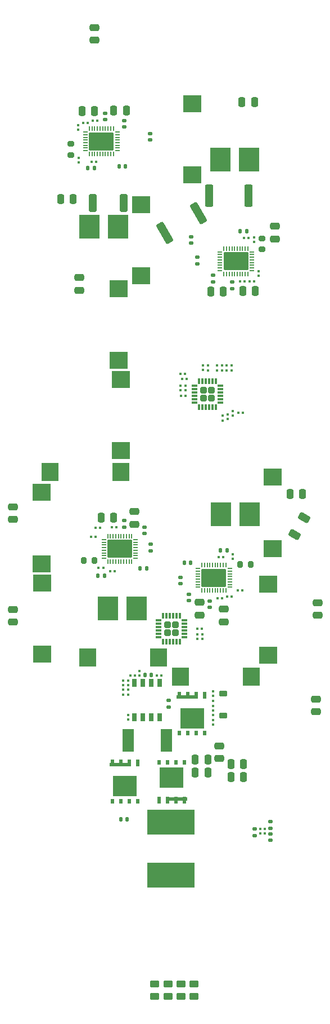
<source format=gbp>
G04 #@! TF.GenerationSoftware,KiCad,Pcbnew,7.0.2-0*
G04 #@! TF.CreationDate,2023-10-14T11:26:59-07:00*
G04 #@! TF.ProjectId,high-power,68696768-2d70-46f7-9765-722e6b696361,rev?*
G04 #@! TF.SameCoordinates,Original*
G04 #@! TF.FileFunction,Paste,Bot*
G04 #@! TF.FilePolarity,Positive*
%FSLAX46Y46*%
G04 Gerber Fmt 4.6, Leading zero omitted, Abs format (unit mm)*
G04 Created by KiCad (PCBNEW 7.0.2-0) date 2023-10-14 11:26:59*
%MOMM*%
%LPD*%
G01*
G04 APERTURE LIST*
G04 Aperture macros list*
%AMRoundRect*
0 Rectangle with rounded corners*
0 $1 Rounding radius*
0 $2 $3 $4 $5 $6 $7 $8 $9 X,Y pos of 4 corners*
0 Add a 4 corners polygon primitive as box body*
4,1,4,$2,$3,$4,$5,$6,$7,$8,$9,$2,$3,0*
0 Add four circle primitives for the rounded corners*
1,1,$1+$1,$2,$3*
1,1,$1+$1,$4,$5*
1,1,$1+$1,$6,$7*
1,1,$1+$1,$8,$9*
0 Add four rect primitives between the rounded corners*
20,1,$1+$1,$2,$3,$4,$5,0*
20,1,$1+$1,$4,$5,$6,$7,0*
20,1,$1+$1,$6,$7,$8,$9,0*
20,1,$1+$1,$8,$9,$2,$3,0*%
G04 Aperture macros list end*
%ADD10RoundRect,0.079500X0.079500X0.100500X-0.079500X0.100500X-0.079500X-0.100500X0.079500X-0.100500X0*%
%ADD11R,2.800000X2.600000*%
%ADD12RoundRect,0.200000X-0.200000X-0.275000X0.200000X-0.275000X0.200000X0.275000X-0.200000X0.275000X0*%
%ADD13RoundRect,0.250000X0.475000X-0.250000X0.475000X0.250000X-0.475000X0.250000X-0.475000X-0.250000X0*%
%ADD14RoundRect,0.250000X0.250000X0.475000X-0.250000X0.475000X-0.250000X-0.475000X0.250000X-0.475000X0*%
%ADD15R,2.600000X2.800000*%
%ADD16RoundRect,0.079500X0.100500X-0.079500X0.100500X0.079500X-0.100500X0.079500X-0.100500X-0.079500X0*%
%ADD17RoundRect,0.250000X-0.250000X-0.475000X0.250000X-0.475000X0.250000X0.475000X-0.250000X0.475000X0*%
%ADD18RoundRect,0.140000X-0.170000X0.140000X-0.170000X-0.140000X0.170000X-0.140000X0.170000X0.140000X0*%
%ADD19RoundRect,0.140000X0.170000X-0.140000X0.170000X0.140000X-0.170000X0.140000X-0.170000X-0.140000X0*%
%ADD20R,3.050000X3.680000*%
%ADD21RoundRect,0.135000X0.135000X0.185000X-0.135000X0.185000X-0.135000X-0.185000X0.135000X-0.185000X0*%
%ADD22RoundRect,0.200000X0.200000X0.275000X-0.200000X0.275000X-0.200000X-0.275000X0.200000X-0.275000X0*%
%ADD23RoundRect,0.079500X-0.100500X0.079500X-0.100500X-0.079500X0.100500X-0.079500X0.100500X0.079500X0*%
%ADD24RoundRect,0.079500X-0.079500X-0.100500X0.079500X-0.100500X0.079500X0.100500X-0.079500X0.100500X0*%
%ADD25RoundRect,0.140000X0.140000X0.170000X-0.140000X0.170000X-0.140000X-0.170000X0.140000X-0.170000X0*%
%ADD26RoundRect,0.140000X-0.140000X-0.170000X0.140000X-0.170000X0.140000X0.170000X-0.140000X0.170000X0*%
%ADD27RoundRect,0.250000X0.450000X-0.262500X0.450000X0.262500X-0.450000X0.262500X-0.450000X-0.262500X0*%
%ADD28RoundRect,0.250000X0.362500X1.425000X-0.362500X1.425000X-0.362500X-1.425000X0.362500X-1.425000X0*%
%ADD29RoundRect,0.225000X0.375000X-0.225000X0.375000X0.225000X-0.375000X0.225000X-0.375000X-0.225000X0*%
%ADD30RoundRect,0.200000X0.275000X-0.200000X0.275000X0.200000X-0.275000X0.200000X-0.275000X-0.200000X0*%
%ADD31RoundRect,0.135000X-0.185000X0.135000X-0.185000X-0.135000X0.185000X-0.135000X0.185000X0.135000X0*%
%ADD32R,0.600000X0.800000*%
%ADD33R,3.616200X3.075000*%
%ADD34R,0.500000X1.100000*%
%ADD35R,3.200000X0.600000*%
%ADD36RoundRect,0.250000X0.362500X1.075000X-0.362500X1.075000X-0.362500X-1.075000X0.362500X-1.075000X0*%
%ADD37RoundRect,0.250000X-0.475000X0.250000X-0.475000X-0.250000X0.475000X-0.250000X0.475000X0.250000X0*%
%ADD38RoundRect,0.135000X-0.135000X-0.185000X0.135000X-0.185000X0.135000X0.185000X-0.135000X0.185000X0*%
%ADD39RoundRect,0.247500X-0.247500X0.247500X-0.247500X-0.247500X0.247500X-0.247500X0.247500X0.247500X0*%
%ADD40RoundRect,0.075000X-0.075000X0.362500X-0.075000X-0.362500X0.075000X-0.362500X0.075000X0.362500X0*%
%ADD41RoundRect,0.075000X-0.362500X0.075000X-0.362500X-0.075000X0.362500X-0.075000X0.362500X0.075000X0*%
%ADD42R,0.762000X1.143000*%
%ADD43RoundRect,0.050000X-0.050000X0.250000X-0.050000X-0.250000X0.050000X-0.250000X0.050000X0.250000X0*%
%ADD44RoundRect,0.050000X-0.250000X-0.050000X0.250000X-0.050000X0.250000X0.050000X-0.250000X0.050000X0*%
%ADD45RoundRect,0.050000X-1.800000X1.300000X-1.800000X-1.300000X1.800000X-1.300000X1.800000X1.300000X0*%
%ADD46RoundRect,0.250000X0.398566X-1.415336X1.026434X-1.052836X-0.398566X1.415336X-1.026434X1.052836X0*%
%ADD47R,7.200000X3.700000*%
%ADD48RoundRect,0.200000X-0.275000X0.200000X-0.275000X-0.200000X0.275000X-0.200000X0.275000X0.200000X0*%
%ADD49RoundRect,0.147500X-0.147500X-0.172500X0.147500X-0.172500X0.147500X0.172500X-0.147500X0.172500X0*%
%ADD50RoundRect,0.247500X0.247500X-0.247500X0.247500X0.247500X-0.247500X0.247500X-0.247500X-0.247500X0*%
%ADD51RoundRect,0.075000X0.075000X-0.362500X0.075000X0.362500X-0.075000X0.362500X-0.075000X-0.362500X0*%
%ADD52RoundRect,0.075000X0.362500X-0.075000X0.362500X0.075000X-0.362500X0.075000X-0.362500X-0.075000X0*%
%ADD53RoundRect,0.250000X0.385016X-0.583133X0.697516X-0.041867X-0.385016X0.583133X-0.697516X0.041867X0*%
%ADD54R,1.800000X3.400000*%
%ADD55RoundRect,0.050000X0.050000X-0.250000X0.050000X0.250000X-0.050000X0.250000X-0.050000X-0.250000X0*%
%ADD56RoundRect,0.050000X0.250000X0.050000X-0.250000X0.050000X-0.250000X-0.050000X0.250000X-0.050000X0*%
%ADD57RoundRect,0.050000X1.800000X-1.300000X1.800000X1.300000X-1.800000X1.300000X-1.800000X-1.300000X0*%
G04 APERTURE END LIST*
D10*
X47740000Y-120860000D03*
X47050000Y-120860000D03*
D11*
X52390000Y-34960000D03*
X52390000Y-45660000D03*
D12*
X36045000Y-103530000D03*
X37695000Y-103530000D03*
D13*
X56470000Y-133310000D03*
X56470000Y-131410000D03*
D10*
X37930000Y-43730000D03*
X37240000Y-43730000D03*
D14*
X34480000Y-49276000D03*
X32580000Y-49276000D03*
D15*
X47310000Y-118120000D03*
X36610000Y-118120000D03*
D10*
X59960000Y-108010000D03*
X59270000Y-108010000D03*
D16*
X53960000Y-115315000D03*
X53960000Y-114625000D03*
D17*
X55187500Y-63212500D03*
X57087500Y-63212500D03*
D18*
X46160000Y-101120000D03*
X46160000Y-102080000D03*
D19*
X53200000Y-59010000D03*
X53200000Y-58050000D03*
D20*
X56592500Y-43377500D03*
X60912500Y-43377500D03*
D16*
X42730000Y-123675000D03*
X42730000Y-122985000D03*
D21*
X37630000Y-44610000D03*
X36610000Y-44610000D03*
D22*
X61210000Y-104130000D03*
X59560000Y-104130000D03*
D11*
X44710000Y-50110000D03*
X44710000Y-60810000D03*
D16*
X55550000Y-123855000D03*
X55550000Y-123165000D03*
D23*
X56850000Y-74305000D03*
X56850000Y-74995000D03*
D16*
X56100000Y-74995000D03*
X56100000Y-74305000D03*
D13*
X35340000Y-63000000D03*
X35340000Y-61100000D03*
D24*
X62630000Y-144530000D03*
X63320000Y-144530000D03*
D25*
X42600000Y-142400000D03*
X41640000Y-142400000D03*
D24*
X57640000Y-109010000D03*
X58330000Y-109010000D03*
D23*
X50590000Y-77300000D03*
X50590000Y-77990000D03*
D11*
X64540000Y-91060000D03*
X64540000Y-101760000D03*
D23*
X54750000Y-74300000D03*
X54750000Y-74990000D03*
D17*
X58220000Y-136060000D03*
X60120000Y-136060000D03*
D14*
X54730000Y-135390000D03*
X52830000Y-135390000D03*
D26*
X51180000Y-103930000D03*
X52140000Y-103930000D03*
D16*
X55540000Y-126775000D03*
X55540000Y-126085000D03*
D17*
X38652500Y-97150000D03*
X40552500Y-97150000D03*
D25*
X45520000Y-104760000D03*
X44560000Y-104760000D03*
D20*
X43987500Y-110782500D03*
X39667500Y-110782500D03*
D18*
X58370000Y-61760000D03*
X58370000Y-62720000D03*
D24*
X59315000Y-81420000D03*
X60005000Y-81420000D03*
D27*
X46710000Y-168982500D03*
X46710000Y-167157500D03*
D28*
X60874500Y-48768000D03*
X54949500Y-48768000D03*
D10*
X63320000Y-143830000D03*
X62630000Y-143830000D03*
D29*
X57080000Y-126810000D03*
X57080000Y-123510000D03*
D11*
X29740000Y-93340000D03*
X29740000Y-104040000D03*
D30*
X34130000Y-42655000D03*
X34130000Y-41005000D03*
D31*
X61800000Y-143900000D03*
X61800000Y-144920000D03*
D25*
X42350000Y-44340000D03*
X41390000Y-44340000D03*
D24*
X53155000Y-113810000D03*
X53845000Y-113810000D03*
D16*
X42720000Y-122255000D03*
X42720000Y-121565000D03*
X58530000Y-81835000D03*
X58530000Y-81145000D03*
X42731000Y-127455000D03*
X42731000Y-126765000D03*
D32*
X40367499Y-139682498D03*
X41637499Y-139682498D03*
D33*
X42272499Y-137407498D03*
D32*
X42907499Y-139682498D03*
X44177499Y-139682498D03*
D34*
X44177499Y-133982498D03*
X40367499Y-133982498D03*
D35*
X41557499Y-134232498D03*
D34*
X41637499Y-133982498D03*
X42907499Y-133982498D03*
D23*
X61720000Y-55075000D03*
X61720000Y-55765000D03*
D10*
X40695000Y-105200000D03*
X40005000Y-105200000D03*
D36*
X42062500Y-49860000D03*
X37437500Y-49860000D03*
D37*
X64840000Y-53390000D03*
X64840000Y-55290000D03*
X71030000Y-124360000D03*
X71030000Y-126260000D03*
D19*
X42125000Y-98550000D03*
X42125000Y-97590000D03*
D38*
X56630000Y-102040000D03*
X57650000Y-102040000D03*
D14*
X42480000Y-36010000D03*
X40580000Y-36010000D03*
D37*
X71250000Y-109900000D03*
X71250000Y-111800000D03*
D23*
X44480000Y-120155000D03*
X44480000Y-120845000D03*
D39*
X55290000Y-77970000D03*
X54070000Y-77970000D03*
X55290000Y-79190000D03*
X54070000Y-79190000D03*
D40*
X53430000Y-76642500D03*
X53930000Y-76642500D03*
X54430000Y-76642500D03*
X54930000Y-76642500D03*
X55430000Y-76642500D03*
X55930000Y-76642500D03*
D41*
X56617500Y-77330000D03*
X56617500Y-77830000D03*
X56617500Y-78330000D03*
X56617500Y-78830000D03*
X56617500Y-79330000D03*
X56617500Y-79830000D03*
D40*
X55930000Y-80517500D03*
X55430000Y-80517500D03*
X54930000Y-80517500D03*
X54430000Y-80517500D03*
X53930000Y-80517500D03*
X53430000Y-80517500D03*
D41*
X52742500Y-79830000D03*
X52742500Y-79330000D03*
X52742500Y-78830000D03*
X52742500Y-78330000D03*
X52742500Y-77830000D03*
X52742500Y-77330000D03*
D32*
X51210000Y-133885000D03*
X49940000Y-133885000D03*
D33*
X49305000Y-136160000D03*
D32*
X48670000Y-133885000D03*
X47400000Y-133885000D03*
D34*
X47400000Y-139585000D03*
X51210000Y-139585000D03*
D35*
X50020000Y-139335000D03*
D34*
X49940000Y-139585000D03*
X48670000Y-139585000D03*
D10*
X60262500Y-61632500D03*
X59572500Y-61632500D03*
D23*
X41990000Y-122985000D03*
X41990000Y-123675000D03*
D24*
X37157500Y-99967500D03*
X37847500Y-99967500D03*
D42*
X43685000Y-121906500D03*
X44955000Y-121906500D03*
X46225000Y-121906500D03*
X47495000Y-121906500D03*
X47495000Y-127113500D03*
X46225000Y-127113500D03*
X44955000Y-127113500D03*
X43685000Y-127113500D03*
D43*
X36905000Y-38720000D03*
X37305000Y-38720000D03*
X37705000Y-38720000D03*
X38105000Y-38720000D03*
X38505000Y-38720000D03*
X38905000Y-38720000D03*
X39305000Y-38720000D03*
X39705000Y-38720000D03*
X40105000Y-38720000D03*
X40505000Y-38720000D03*
D44*
X41105000Y-39220000D03*
X41105000Y-39620000D03*
X41105000Y-40020000D03*
X41105000Y-40420000D03*
X41105000Y-40820000D03*
X41105000Y-41220000D03*
X41105000Y-41620000D03*
X41105000Y-42020000D03*
D43*
X40505000Y-42520000D03*
X40105000Y-42520000D03*
X39705000Y-42520000D03*
X39305000Y-42520000D03*
X38905000Y-42520000D03*
X38505000Y-42520000D03*
X38105000Y-42520000D03*
X37705000Y-42520000D03*
X37305000Y-42520000D03*
X36905000Y-42520000D03*
D44*
X36305000Y-42020000D03*
X36305000Y-41620000D03*
X36305000Y-41220000D03*
X36305000Y-40820000D03*
X36305000Y-40420000D03*
X36305000Y-40020000D03*
X36305000Y-39620000D03*
X36305000Y-39220000D03*
D45*
X38705000Y-40620000D03*
D20*
X41207500Y-53462500D03*
X36887500Y-53462500D03*
D46*
X48220000Y-54340000D03*
X53351200Y-51377500D03*
D10*
X38510000Y-98630000D03*
X37820000Y-98630000D03*
D47*
X49170000Y-150810000D03*
X49170000Y-142810000D03*
D48*
X62890000Y-55205000D03*
X62890000Y-56855000D03*
D10*
X36645000Y-37820000D03*
X35955000Y-37820000D03*
D19*
X55507500Y-61702500D03*
X55507500Y-60742500D03*
D17*
X35790000Y-36080000D03*
X37690000Y-36080000D03*
D24*
X61022500Y-61632500D03*
X61712500Y-61632500D03*
D10*
X51360000Y-78800000D03*
X50670000Y-78800000D03*
D13*
X57150000Y-112776000D03*
X57150000Y-110876000D03*
D24*
X37425000Y-37520000D03*
X38115000Y-37520000D03*
D49*
X45280000Y-120740000D03*
X46250000Y-120740000D03*
D14*
X54730000Y-133410000D03*
X52830000Y-133410000D03*
D15*
X41640000Y-90290000D03*
X30940000Y-90290000D03*
D14*
X61882500Y-63082500D03*
X59982500Y-63082500D03*
D18*
X45160000Y-98550000D03*
X45160000Y-99510000D03*
D11*
X41300000Y-62790000D03*
X41300000Y-73490000D03*
D18*
X42130000Y-37530000D03*
X42130000Y-38490000D03*
X46050000Y-39480000D03*
X46050000Y-40440000D03*
D11*
X29760000Y-106930000D03*
X29760000Y-117630000D03*
D13*
X37690000Y-25430000D03*
X37690000Y-23530000D03*
D11*
X63850000Y-107090000D03*
X63850000Y-117790000D03*
D19*
X39315000Y-37360000D03*
X39315000Y-36400000D03*
D23*
X53990000Y-74295000D03*
X53990000Y-74985000D03*
D27*
X48720000Y-168982500D03*
X48720000Y-167157500D03*
D50*
X48670000Y-114430000D03*
X49890000Y-114430000D03*
X48670000Y-113210000D03*
X49890000Y-113210000D03*
D51*
X50530000Y-115757500D03*
X50030000Y-115757500D03*
X49530000Y-115757500D03*
X49030000Y-115757500D03*
X48530000Y-115757500D03*
X48030000Y-115757500D03*
D52*
X47342500Y-115070000D03*
X47342500Y-114570000D03*
X47342500Y-114070000D03*
X47342500Y-113570000D03*
X47342500Y-113070000D03*
X47342500Y-112570000D03*
D51*
X48030000Y-111882500D03*
X48530000Y-111882500D03*
X49030000Y-111882500D03*
X49530000Y-111882500D03*
X50030000Y-111882500D03*
X50530000Y-111882500D03*
D52*
X51217500Y-112570000D03*
X51217500Y-113070000D03*
X51217500Y-113570000D03*
X51217500Y-114070000D03*
X51217500Y-114570000D03*
X51217500Y-115070000D03*
D19*
X51870000Y-109570000D03*
X51870000Y-108610000D03*
X52260000Y-55930000D03*
X52260000Y-54970000D03*
D18*
X55030000Y-109630000D03*
X55030000Y-110590000D03*
D23*
X58490000Y-102605000D03*
X58490000Y-103295000D03*
D20*
X56742500Y-96627500D03*
X61062500Y-96627500D03*
D14*
X61770000Y-34750000D03*
X59870000Y-34750000D03*
D53*
X67788750Y-99646562D03*
X69251250Y-97113438D03*
D10*
X43775000Y-120830000D03*
X43085000Y-120830000D03*
D23*
X55530000Y-127485000D03*
X55530000Y-128175000D03*
D24*
X50615000Y-75520000D03*
X51305000Y-75520000D03*
D16*
X57770000Y-82295000D03*
X57770000Y-81605000D03*
X55550000Y-125365000D03*
X55550000Y-124675000D03*
D13*
X25350000Y-97410000D03*
X25350000Y-95510000D03*
D31*
X64145000Y-142750000D03*
X64145000Y-143770000D03*
D24*
X60175000Y-55130000D03*
X60865000Y-55130000D03*
X40247500Y-98600000D03*
X40937500Y-98600000D03*
D15*
X61280000Y-121030000D03*
X50580000Y-121030000D03*
D10*
X56865000Y-109220000D03*
X56175000Y-109220000D03*
D21*
X60630000Y-54140000D03*
X59610000Y-54140000D03*
D54*
X48460000Y-130540000D03*
X42760000Y-130540000D03*
D27*
X50700000Y-168982500D03*
X50700000Y-167157500D03*
D16*
X41990000Y-122250000D03*
X41990000Y-121560000D03*
D23*
X53150000Y-114625000D03*
X53150000Y-115315000D03*
D37*
X43647500Y-96227500D03*
X43647500Y-98127500D03*
D16*
X35300000Y-43795000D03*
X35300000Y-43105000D03*
D13*
X25430000Y-112820000D03*
X25430000Y-110920000D03*
D27*
X52660000Y-168982500D03*
X52660000Y-167157500D03*
D55*
X57445000Y-108060000D03*
X57045000Y-108060000D03*
X56645000Y-108060000D03*
X56245000Y-108060000D03*
X55845000Y-108060000D03*
X55445000Y-108060000D03*
X55045000Y-108060000D03*
X54645000Y-108060000D03*
X54245000Y-108060000D03*
X53845000Y-108060000D03*
D56*
X53245000Y-107560000D03*
X53245000Y-107160000D03*
X53245000Y-106760000D03*
X53245000Y-106360000D03*
X53245000Y-105960000D03*
X53245000Y-105560000D03*
X53245000Y-105160000D03*
X53245000Y-104760000D03*
D55*
X53845000Y-104260000D03*
X54245000Y-104260000D03*
X54645000Y-104260000D03*
X55045000Y-104260000D03*
X55445000Y-104260000D03*
X55845000Y-104260000D03*
X56245000Y-104260000D03*
X56645000Y-104260000D03*
X57045000Y-104260000D03*
X57445000Y-104260000D03*
D56*
X58045000Y-104760000D03*
X58045000Y-105160000D03*
X58045000Y-105560000D03*
X58045000Y-105960000D03*
X58045000Y-106360000D03*
X58045000Y-106760000D03*
X58045000Y-107160000D03*
X58045000Y-107560000D03*
D57*
X55645000Y-106160000D03*
D11*
X41610000Y-76360000D03*
X41610000Y-87060000D03*
D32*
X50485000Y-129510000D03*
X51755000Y-129510000D03*
D33*
X52390000Y-127235000D03*
D32*
X53025000Y-129510000D03*
X54295000Y-129510000D03*
D34*
X54295000Y-123810000D03*
X50485000Y-123810000D03*
D35*
X51675000Y-124060000D03*
D34*
X51755000Y-123810000D03*
X53025000Y-123810000D03*
D10*
X51545000Y-76270000D03*
X50855000Y-76270000D03*
D23*
X58350000Y-74305000D03*
X58350000Y-74995000D03*
D18*
X64135000Y-144620000D03*
X64135000Y-145580000D03*
D19*
X48850000Y-125540000D03*
X48850000Y-124580000D03*
X50640000Y-107020000D03*
X50640000Y-106060000D03*
D24*
X56365000Y-103020000D03*
X57055000Y-103020000D03*
D23*
X35180000Y-38195000D03*
X35180000Y-38885000D03*
D24*
X38295000Y-104700000D03*
X38985000Y-104700000D03*
D14*
X68990000Y-93600000D03*
X67090000Y-93600000D03*
D23*
X57600000Y-74305000D03*
X57600000Y-74995000D03*
D16*
X51340000Y-77990000D03*
X51340000Y-77300000D03*
D17*
X58210000Y-134100000D03*
X60110000Y-134100000D03*
D16*
X57010000Y-82525000D03*
X57010000Y-81835000D03*
D55*
X60770000Y-60520000D03*
X60370000Y-60520000D03*
X59970000Y-60520000D03*
X59570000Y-60520000D03*
X59170000Y-60520000D03*
X58770000Y-60520000D03*
X58370000Y-60520000D03*
X57970000Y-60520000D03*
X57570000Y-60520000D03*
X57170000Y-60520000D03*
D56*
X56570000Y-60020000D03*
X56570000Y-59620000D03*
X56570000Y-59220000D03*
X56570000Y-58820000D03*
X56570000Y-58420000D03*
X56570000Y-58020000D03*
X56570000Y-57620000D03*
X56570000Y-57220000D03*
D55*
X57170000Y-56720000D03*
X57570000Y-56720000D03*
X57970000Y-56720000D03*
X58370000Y-56720000D03*
X58770000Y-56720000D03*
X59170000Y-56720000D03*
X59570000Y-56720000D03*
X59970000Y-56720000D03*
X60370000Y-56720000D03*
X60770000Y-56720000D03*
D56*
X61370000Y-57220000D03*
X61370000Y-57620000D03*
X61370000Y-58020000D03*
X61370000Y-58420000D03*
X61370000Y-58820000D03*
X61370000Y-59220000D03*
X61370000Y-59620000D03*
X61370000Y-60020000D03*
D57*
X58970000Y-58620000D03*
D13*
X53470000Y-111750000D03*
X53470000Y-109850000D03*
D43*
X39675000Y-99920000D03*
X40075000Y-99920000D03*
X40475000Y-99920000D03*
X40875000Y-99920000D03*
X41275000Y-99920000D03*
X41675000Y-99920000D03*
X42075000Y-99920000D03*
X42475000Y-99920000D03*
X42875000Y-99920000D03*
X43275000Y-99920000D03*
D44*
X43875000Y-100420000D03*
X43875000Y-100820000D03*
X43875000Y-101220000D03*
X43875000Y-101620000D03*
X43875000Y-102020000D03*
X43875000Y-102420000D03*
X43875000Y-102820000D03*
X43875000Y-103220000D03*
D43*
X43275000Y-103720000D03*
X42875000Y-103720000D03*
X42475000Y-103720000D03*
X42075000Y-103720000D03*
X41675000Y-103720000D03*
X41275000Y-103720000D03*
X40875000Y-103720000D03*
X40475000Y-103720000D03*
X40075000Y-103720000D03*
X39675000Y-103720000D03*
D44*
X39075000Y-103220000D03*
X39075000Y-102820000D03*
X39075000Y-102420000D03*
X39075000Y-102020000D03*
X39075000Y-101620000D03*
X39075000Y-101220000D03*
X39075000Y-100820000D03*
X39075000Y-100420000D03*
D45*
X41475000Y-101820000D03*
D16*
X62370000Y-60825000D03*
X62370000Y-60135000D03*
D21*
X39160000Y-105870000D03*
X38140000Y-105870000D03*
M02*

</source>
